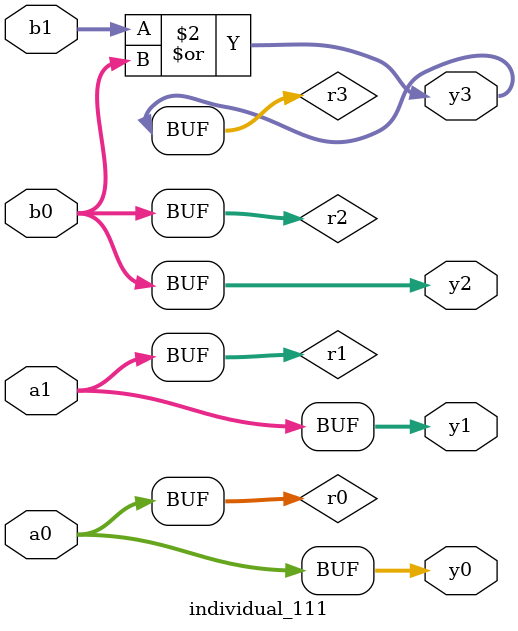
<source format=sv>
module individual_111(input logic [15:0] a1, input logic [15:0] a0, input logic [15:0] b1, input logic [15:0] b0, output logic [15:0] y3, output logic [15:0] y2, output logic [15:0] y1, output logic [15:0] y0);
logic [15:0] r0, r1, r2, r3; 
 always@(*) begin 
	 r0 = a0; r1 = a1; r2 = b0; r3 = b1; 
 	 r3  |=  r2 ;
 	 y3 = r3; y2 = r2; y1 = r1; y0 = r0; 
end
endmodule
</source>
